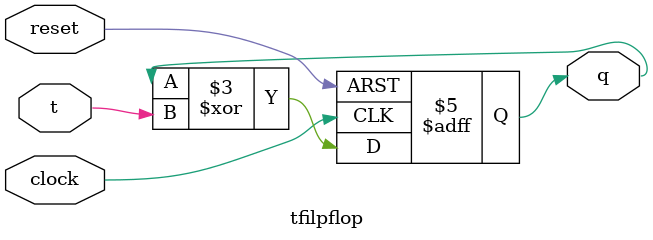
<source format=v>
module tfilpflop (clock,reset, t,q);
    output q;
    input t,clock,reset;
    reg q;
    initial
       begin
        q=1'b0;
       end
    always@(posedge clock, negedge reset)
    begin
        if(~reset)
            q <= 1'b0;
        else
            q <= q ^ t;
    end
endmodule

</source>
